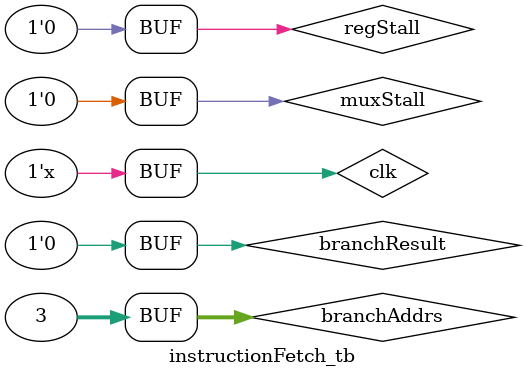
<source format=v>
module instructionFetch (input branchResult, input [31:0] branchAddrs, input regStall, input muxStall, output reg [63:0] instructionFetchReg, input clk);

	wire [31:0] adderAddrs;
	wire [31:0] pcInput;
	wire [31:0] pcOutput;
	wire [31:0] instruction;
	wire [9:0] instructionAddress = pcOutput >> 2;
	wire [1:0] muxSelection;

	initial instructionFetchReg = { 64 {1'b0} };

	assign muxSelection = {muxStall, branchResult};

	mux4to1 addrsMux1(muxSelection, adderAddrs, branchAddrs, pcOutput, pcOutput, pcInput);
	PC pc1 (pcOutput, pcInput, clk);
	insMemory im1 (instructionAddress, instruction);
	adder adder1 (pcOutput, 32'd4, adderAddrs);

	always @(posedge clk)
	begin
		if (regStall == 1);
		else begin
			if (branchResult) instructionFetchReg <= {{32 {1'b0}},adderAddrs};
			else instructionFetchReg <= {instruction, adderAddrs};
		end
	end

endmodule

module instructionFetch_tb ();

	reg branchResult;
	reg [31:0] branchAddrs;
	reg muxStall;
	reg regStall;
	wire [63:0] instructionFetchReg;
	reg clk;
	
	always begin #5 clk = ~clk; end

	initial begin

		$monitor ("instructionFetchReg:%h branchResult: %b branchAddrs : %d muxStall: %b", instructionFetchReg, branchResult, branchAddrs, muxStall);

		branchResult = 0; branchAddrs = { 32 {1'b0} }; regStall = 0; muxStall = 0; clk = 0;
		#28 branchResult = 0; branchAddrs = 32'd7; muxStall = 1;
		#5 branchResult = 1;
		#5 branchResult = 0;
		#90
		#22 muxStall = 0;
		#28 branchResult = 0; branchAddrs = 32'd3; muxStall = 1;
		#22 muxStall = 0;

	end

	instructionFetch if1(branchResult, branchAddrs, regStall, muxStall, instructionFetchReg, clk);

endmodule

</source>
